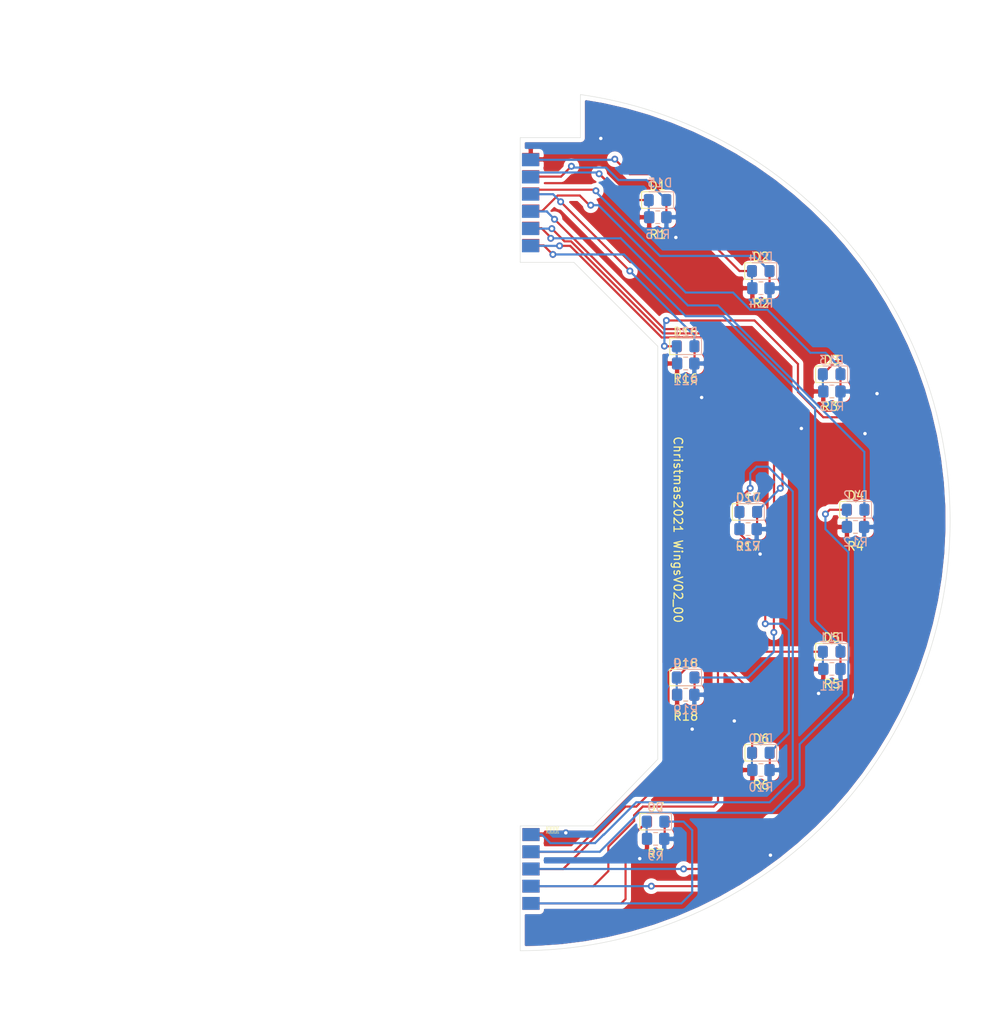
<source format=kicad_pcb>
(kicad_pcb (version 20171130) (host pcbnew 5.1.10-88a1d61d58~90~ubuntu20.04.1)
  (layers (0 F.Cu signal) (31 B.Cu signal) (34 B.Paste user hide) (35 F.Paste user hide) (36 B.SilkS user) (37 F.SilkS user) (38 B.Mask user hide) (39 F.Mask user hide) (44 Edge.Cuts user))
  (net 0 "")
  (net 1 "Net-(D1-Pad2)")
  (net 2 LED7)
  (net 3 "Net-(D2-Pad2)")
  (net 4 LED14)
  (net 5 "Net-(D3-Pad2)")
  (net 6 LED20)
  (net 7 "Net-(D4-Pad2)")
  (net 8 LED1)
  (net 9 "Net-(D5-Pad2)")
  (net 10 LED9)
  (net 11 "Net-(D6-Pad2)")
  (net 12 LED15)
  (net 13 "Net-(D7-Pad2)")
  (net 14 LED21)
  (net 15 LED2)
  (net 16 "Net-(D9-Pad2)")
  (net 17 LED10)
  (net 18 "Net-(D10-Pad2)")
  (net 19 LED16)
  (net 20 "Net-(D11-Pad2)")
  (net 21 LED3)
  (net 22 "Net-(D12-Pad2)")
  (net 23 LED11)
  (net 24 "Net-(D13-Pad2)")
  (net 25 LED17)
  (net 26 "Net-(D14-Pad2)")
  (net 27 LED4)
  (net 28 "Net-(D15-Pad2)")
  (net 29 LED12)
  (net 30 "Net-(D16-Pad2)")
  (net 31 LED18)
  (net 32 "Net-(D17-Pad2)")
  (net 33 LED5)
  (net 34 "Net-(D18-Pad2)")
  (net 35 LED13)
  (net 36 "Net-(D19-Pad2)")
  (net 37 LED19)
  (net 38 "Net-(D20-Pad2)")
  (net 39 LED6)
  (net 40 +5V)
  (net 41 "Net-(D21-Pad2)")
  (module Resistor_SMD:R_0805_2012Metric_Pad1.20x1.40mm_HandSolder (layer F.Cu) (at 176.5 121.5)
    (fp_text reference R6 (at 0 1.75) (layer F.SilkS))
    (fp_text value R)
    (pad 2 smd roundrect (at 1 0) (size 1.2 1.4) (layers F.Cu F.Paste F.Mask) (roundrect_rratio 0.2083325) (net 11 "Net-(D6-Pad2)"))
    (pad 1 smd roundrect (at -1 0) (size 1.2 1.4) (layers F.Cu F.Paste F.Mask) (roundrect_rratio 0.2083325) (net 40 +5V))
  )
  (module Resistor_SMD:R_0805_2012Metric_Pad1.20x1.40mm_HandSolder (layer B.Cu) (at 167.75 112.75 180)
    (fp_text reference R19 (at 0 -1.75) (layer B.SilkS) (effects (justify mirror)))
    (fp_text value R)
    (pad 2 smd roundrect (at 1 0 180) (size 1.2 1.4) (layers B.Cu B.Paste B.Mask) (roundrect_rratio 0.2083325) (net 36 "Net-(D19-Pad2)"))
    (pad 1 smd roundrect (at -1 0 180) (size 1.2 1.4) (layers B.Cu B.Paste B.Mask) (roundrect_rratio 0.2083325) (net 40 +5V))
  )
  (module Resistor_SMD:R_0805_2012Metric_Pad1.20x1.40mm_HandSolder (layer B.Cu) (at 184.75 77.5 180)
    (fp_text reference R13 (at 0 -1.75) (layer B.SilkS) (effects (justify mirror)))
    (fp_text value R)
    (pad 2 smd roundrect (at 1 0 180) (size 1.2 1.4) (layers B.Cu B.Paste B.Mask) (roundrect_rratio 0.2083325) (net 24 "Net-(D13-Pad2)"))
    (pad 1 smd roundrect (at -1 0 180) (size 1.2 1.4) (layers B.Cu B.Paste B.Mask) (roundrect_rratio 0.2083325) (net 40 +5V))
  )
  (module Resistor_SMD:R_0805_2012Metric_Pad1.20x1.40mm_HandSolder (layer F.Cu) (at 184.75 109.75)
    (fp_text reference R5 (at 0 1.75) (layer F.SilkS))
    (fp_text value R)
    (pad 2 smd roundrect (at 1 0) (size 1.2 1.4) (layers F.Cu F.Paste F.Mask) (roundrect_rratio 0.2083325) (net 9 "Net-(D5-Pad2)"))
    (pad 1 smd roundrect (at -1 0) (size 1.2 1.4) (layers F.Cu F.Paste F.Mask) (roundrect_rratio 0.2083325) (net 40 +5V))
  )
  (module Resistor_SMD:R_0805_2012Metric_Pad1.20x1.40mm_HandSolder (layer F.Cu) (at 167.75 112.75)
    (fp_text reference R18 (at 0 2.5) (layer F.SilkS))
    (fp_text value R)
    (pad 2 smd roundrect (at 1 0) (size 1.2 1.4) (layers F.Cu F.Paste F.Mask) (roundrect_rratio 0.2083325) (net 34 "Net-(D18-Pad2)"))
    (pad 1 smd roundrect (at -1 0) (size 1.2 1.4) (layers F.Cu F.Paste F.Mask) (roundrect_rratio 0.2083325) (net 40 +5V))
  )
  (module Resistor_SMD:R_0805_2012Metric_Pad1.20x1.40mm_HandSolder (layer B.Cu) (at 187.5 93.25 180)
    (fp_text reference R12 (at 0 -1.75) (layer B.SilkS) (effects (justify mirror)))
    (fp_text value R)
    (pad 2 smd roundrect (at 1 0 180) (size 1.2 1.4) (layers B.Cu B.Paste B.Mask) (roundrect_rratio 0.2083325) (net 22 "Net-(D12-Pad2)"))
    (pad 1 smd roundrect (at -1 0 180) (size 1.2 1.4) (layers B.Cu B.Paste B.Mask) (roundrect_rratio 0.2083325) (net 40 +5V))
  )
  (module Resistor_SMD:R_0805_2012Metric_Pad1.20x1.40mm_HandSolder (layer F.Cu) (at 187.5 93.25)
    (fp_text reference R4 (at 0 2.25) (layer F.SilkS))
    (fp_text value R)
    (pad 2 smd roundrect (at 1 0) (size 1.2 1.4) (layers F.Cu F.Paste F.Mask) (roundrect_rratio 0.2083325) (net 7 "Net-(D4-Pad2)"))
    (pad 1 smd roundrect (at -1 0) (size 1.2 1.4) (layers F.Cu F.Paste F.Mask) (roundrect_rratio 0.2083325) (net 40 +5V))
  )
  (module Resistor_SMD:R_0805_2012Metric_Pad1.20x1.40mm_HandSolder (layer F.Cu) (at 175 93.5)
    (fp_text reference R17 (at 0 2) (layer F.SilkS))
    (fp_text value R)
    (pad 2 smd roundrect (at 1 0) (size 1.2 1.4) (layers F.Cu F.Paste F.Mask) (roundrect_rratio 0.2083325) (net 32 "Net-(D17-Pad2)"))
    (pad 1 smd roundrect (at -1 0) (size 1.2 1.4) (layers F.Cu F.Paste F.Mask) (roundrect_rratio 0.2083325) (net 40 +5V))
  )
  (module Resistor_SMD:R_0805_2012Metric_Pad1.20x1.40mm_HandSolder (layer B.Cu) (at 184.75 109.75 180)
    (fp_text reference R11 (at 0 -2) (layer B.SilkS) (effects (justify mirror)))
    (fp_text value R)
    (pad 2 smd roundrect (at 1 0 180) (size 1.2 1.4) (layers B.Cu B.Paste B.Mask) (roundrect_rratio 0.2083325) (net 20 "Net-(D11-Pad2)"))
    (pad 1 smd roundrect (at -1 0 180) (size 1.2 1.4) (layers B.Cu B.Paste B.Mask) (roundrect_rratio 0.2083325) (net 40 +5V))
  )
  (module Resistor_SMD:R_0805_2012Metric_Pad1.20x1.40mm_HandSolder (layer F.Cu) (at 184.75 77.5)
    (fp_text reference R3 (at -0.25 1.75) (layer F.SilkS))
    (fp_text value R)
    (pad 2 smd roundrect (at 1 0) (size 1.2 1.4) (layers F.Cu F.Paste F.Mask) (roundrect_rratio 0.2083325) (net 5 "Net-(D3-Pad2)"))
    (pad 1 smd roundrect (at -1 0) (size 1.2 1.4) (layers F.Cu F.Paste F.Mask) (roundrect_rratio 0.2083325) (net 40 +5V))
  )
  (module Resistor_SMD:R_0805_2012Metric_Pad1.20x1.40mm_HandSolder (layer F.Cu) (at 167.75 74.25)
    (fp_text reference R16 (at 0 1.75) (layer F.SilkS))
    (fp_text value R)
    (pad 2 smd roundrect (at 1 0) (size 1.2 1.4) (layers F.Cu F.Paste F.Mask) (roundrect_rratio 0.2083325) (net 30 "Net-(D16-Pad2)"))
    (pad 1 smd roundrect (at -1 0) (size 1.2 1.4) (layers F.Cu F.Paste F.Mask) (roundrect_rratio 0.2083325) (net 40 +5V))
  )
  (module Resistor_SMD:R_0805_2012Metric_Pad1.20x1.40mm_HandSolder (layer B.Cu) (at 176.5 121.5 180)
    (fp_text reference R10 (at 0 -2) (layer B.SilkS) (effects (justify mirror)))
    (fp_text value R)
    (pad 2 smd roundrect (at 1 0 180) (size 1.2 1.4) (layers B.Cu B.Paste B.Mask) (roundrect_rratio 0.2083325) (net 18 "Net-(D10-Pad2)"))
    (pad 1 smd roundrect (at -1 0 180) (size 1.2 1.4) (layers B.Cu B.Paste B.Mask) (roundrect_rratio 0.2083325) (net 40 +5V))
  )
  (module Resistor_SMD:R_0805_2012Metric_Pad1.20x1.40mm_HandSolder (layer F.Cu) (at 176.5 65.5)
    (fp_text reference R2 (at 0 1.75) (layer F.SilkS))
    (fp_text value R)
    (pad 2 smd roundrect (at 1 0) (size 1.2 1.4) (layers F.Cu F.Paste F.Mask) (roundrect_rratio 0.2083325) (net 3 "Net-(D2-Pad2)"))
    (pad 1 smd roundrect (at -1 0) (size 1.2 1.4) (layers F.Cu F.Paste F.Mask) (roundrect_rratio 0.2083325) (net 40 +5V))
  )
  (module Resistor_SMD:R_0805_2012Metric_Pad1.20x1.40mm_HandSolder (layer B.Cu) (at 167.75 74.25 180)
    (fp_text reference R21 (at 0 -2) (layer B.SilkS) (effects (justify mirror)))
    (fp_text value R)
    (pad 2 smd roundrect (at 1 0 180) (size 1.2 1.4) (layers B.Cu B.Paste B.Mask) (roundrect_rratio 0.2083325) (net 41 "Net-(D21-Pad2)"))
    (pad 1 smd roundrect (at -1 0 180) (size 1.2 1.4) (layers B.Cu B.Paste B.Mask) (roundrect_rratio 0.2083325) (net 40 +5V))
  )
  (module Resistor_SMD:R_0805_2012Metric_Pad1.20x1.40mm_HandSolder (layer B.Cu) (at 164.5 57.25 180)
    (fp_text reference R15 (at 0 -2) (layer B.SilkS) (effects (justify mirror)))
    (fp_text value R)
    (pad 2 smd roundrect (at 1 0 180) (size 1.2 1.4) (layers B.Cu B.Paste B.Mask) (roundrect_rratio 0.2083325) (net 28 "Net-(D15-Pad2)"))
    (pad 1 smd roundrect (at -1 0 180) (size 1.2 1.4) (layers B.Cu B.Paste B.Mask) (roundrect_rratio 0.2083325) (net 40 +5V))
  )
  (module Resistor_SMD:R_0805_2012Metric_Pad1.20x1.40mm_HandSolder (layer B.Cu) (at 164.25 129.5 180)
    (fp_text reference R9 (at 0 -2) (layer B.SilkS) (effects (justify mirror)))
    (fp_text value R)
    (pad 2 smd roundrect (at 1 0 180) (size 1.2 1.4) (layers B.Cu B.Paste B.Mask) (roundrect_rratio 0.2083325) (net 16 "Net-(D9-Pad2)"))
    (pad 1 smd roundrect (at -1 0 180) (size 1.2 1.4) (layers B.Cu B.Paste B.Mask) (roundrect_rratio 0.2083325) (net 40 +5V))
  )
  (module Resistor_SMD:R_0805_2012Metric_Pad1.20x1.40mm_HandSolder (layer F.Cu) (at 164.5 57.25)
    (fp_text reference R1 (at 0 2) (layer F.SilkS))
    (fp_text value R)
    (pad 2 smd roundrect (at 1 0) (size 1.2 1.4) (layers F.Cu F.Paste F.Mask) (roundrect_rratio 0.2083325) (net 1 "Net-(D1-Pad2)"))
    (pad 1 smd roundrect (at -1 0) (size 1.2 1.4) (layers F.Cu F.Paste F.Mask) (roundrect_rratio 0.2083325) (net 40 +5V))
  )
  (module Resistor_SMD:R_0805_2012Metric_Pad1.20x1.40mm_HandSolder (layer B.Cu) (at 175 93.5 180)
    (fp_text reference R20 (at 0 -2) (layer B.SilkS) (effects (justify mirror)))
    (fp_text value R)
    (pad 2 smd roundrect (at 1 0 180) (size 1.2 1.4) (layers B.Cu B.Paste B.Mask) (roundrect_rratio 0.2083325) (net 38 "Net-(D20-Pad2)"))
    (pad 1 smd roundrect (at -1 0 180) (size 1.2 1.4) (layers B.Cu B.Paste B.Mask) (roundrect_rratio 0.2083325) (net 40 +5V))
  )
  (module Resistor_SMD:R_0805_2012Metric_Pad1.20x1.40mm_HandSolder (layer B.Cu) (at 176.5 65.5 180)
    (fp_text reference R14 (at 0 -1.75) (layer B.SilkS) (effects (justify mirror)))
    (fp_text value R)
    (pad 2 smd roundrect (at 1 0 180) (size 1.2 1.4) (layers B.Cu B.Paste B.Mask) (roundrect_rratio 0.2083325) (net 26 "Net-(D14-Pad2)"))
    (pad 1 smd roundrect (at -1 0 180) (size 1.2 1.4) (layers B.Cu B.Paste B.Mask) (roundrect_rratio 0.2083325) (net 40 +5V))
  )
  (module Resistor_SMD:R_0805_2012Metric_Pad1.20x1.40mm_HandSolder (layer F.Cu) (at 164.25 129.5)
    (fp_text reference R7 (at 0 1.75) (layer F.SilkS))
    (fp_text value R)
    (pad 2 smd roundrect (at 1 0) (size 1.2 1.4) (layers F.Cu F.Paste F.Mask) (roundrect_rratio 0.2083325) (net 13 "Net-(D7-Pad2)"))
    (pad 1 smd roundrect (at -1 0) (size 1.2 1.4) (layers F.Cu F.Paste F.Mask) (roundrect_rratio 0.2083325) (net 40 +5V))
  )
  (module Bauble:edge_connector-flat-5 (layer B.Cu) (at 148.75 126.5 180)
    (fp_text reference J4 hide)
    (fp_text value Conn_01x05_Female)
    (pad 5 smd rect (at -1 -10.5 180) (size 2 1.5) (layers B.Cu B.Paste B.Mask) (net 10 LED9))
    (pad 4 smd rect (at -1 -8.5 180) (size 2 1.5) (layers B.Cu B.Paste B.Mask) (net 21 LED3))
    (pad 3 smd rect (at -1 -6.5 180) (size 2 1.5) (layers B.Cu B.Paste B.Mask) (net 19 LED16))
    (pad 2 smd rect (at -1 -4.5 180) (size 2 1.5) (layers B.Cu B.Paste B.Mask) (net 27 LED4))
    (pad 1 smd rect (at -1 -2.5 180) (size 2 1.5) (layers B.Cu B.Paste B.Mask) (net 25 LED17))
  )
  (module Bauble:edge_connector-flat-5 (layer F.Cu) (at 150.75 126.5)
    (fp_text reference J3 hide)
    (fp_text value Conn_01x05_Female)
    (pad 5 smd rect (at -1 10.5) (size 2 1.5) (layers F.Cu F.Paste F.Mask) (net 2 LED7))
    (pad 4 smd rect (at -1 8.5) (size 2 1.5) (layers F.Cu F.Paste F.Mask) (net 31 LED18))
    (pad 3 smd rect (at -1 6.5) (size 2 1.5) (layers F.Cu F.Paste F.Mask) (net 39 LED6))
    (pad 2 smd rect (at -1 4.5) (size 2 1.5) (layers F.Cu F.Paste F.Mask) (net 33 LED5))
    (pad 1 smd rect (at -1 2.5) (size 2 1.5) (layers F.Cu F.Paste F.Mask) (net 40 +5V))
  )
  (module Bauble:edge_connector-flat-6 (layer B.Cu) (at 148.7 48.075 180)
    (fp_text reference J2 hide)
    (fp_text value Conn_01x06_Female)
    (pad 6 smd rect (at -1 -12.5 180) (size 2 1.5) (layers B.Cu B.Paste B.Mask) (net 17 LED10))
    (pad 5 smd rect (at -1 -10.5 180) (size 2 1.5) (layers B.Cu B.Paste B.Mask) (net 37 LED19))
    (pad 4 smd rect (at -1 -8.5 180) (size 2 1.5) (layers B.Cu B.Paste B.Mask) (net 6 LED20))
    (pad 3 smd rect (at -1 -6.5 180) (size 2 1.5) (layers B.Cu B.Paste B.Mask) (net 14 LED21))
    (pad 2 smd rect (at -1 -4.5 180) (size 2 1.5) (layers B.Cu B.Paste B.Mask) (net 8 LED1))
    (pad 1 smd rect (at -1 -2.5 180) (size 2 1.5) (layers B.Cu B.Paste B.Mask) (net 15 LED2))
  )
  (module Bauble:edge_connector-flat-6 (layer F.Cu) (at 150.725 48.025)
    (fp_text reference J1 hide)
    (fp_text value Conn_01x06_Female)
    (pad 6 smd rect (at -1 12.5) (size 2 1.5) (layers F.Cu F.Paste F.Mask) (net 23 LED11))
    (pad 5 smd rect (at -1 10.5) (size 2 1.5) (layers F.Cu F.Paste F.Mask) (net 29 LED12))
    (pad 4 smd rect (at -1 8.5) (size 2 1.5) (layers F.Cu F.Paste F.Mask) (net 35 LED13))
    (pad 3 smd rect (at -1 6.5) (size 2 1.5) (layers F.Cu F.Paste F.Mask) (net 4 LED14))
    (pad 2 smd rect (at -1 4.5) (size 2 1.5) (layers F.Cu F.Paste F.Mask) (net 12 LED15))
    (pad 1 smd rect (at -1 2.5) (size 2 1.5) (layers F.Cu F.Paste F.Mask) (net 40 +5V))
  )
  (module LED_SMD:LED_0805_2012Metric_Pad1.15x1.40mm_HandSolder (layer F.Cu) (at 176.5 119.5)
    (fp_text reference D6 (at 0 -1.65) (layer F.SilkS))
    (fp_text value LED)
    (pad 2 smd roundrect (at 1.025 0) (size 1.15 1.4) (layers F.Cu F.Paste F.Mask) (roundrect_rratio 0.2173904347826087) (net 11 "Net-(D6-Pad2)"))
    (pad 1 smd roundrect (at -1.025 0) (size 1.15 1.4) (layers F.Cu F.Paste F.Mask) (roundrect_rratio 0.2173904347826087) (net 39 LED6))
  )
  (module LED_SMD:LED_0805_2012Metric_Pad1.15x1.40mm_HandSolder (layer B.Cu) (at 167.725 110.75 180)
    (fp_text reference D19 (at 0 1.65) (layer B.SilkS) (effects (justify mirror)))
    (fp_text value LED)
    (pad 2 smd roundrect (at 1.025 0 180) (size 1.15 1.4) (layers B.Cu B.Paste B.Mask) (roundrect_rratio 0.2173904347826087) (net 36 "Net-(D19-Pad2)"))
    (pad 1 smd roundrect (at -1.025 0 180) (size 1.15 1.4) (layers B.Cu B.Paste B.Mask) (roundrect_rratio 0.2173904347826087) (net 37 LED19))
  )
  (module LED_SMD:LED_0805_2012Metric_Pad1.15x1.40mm_HandSolder (layer B.Cu) (at 184.725 75.5 180)
    (fp_text reference D13 (at 0 1.65) (layer B.SilkS) (effects (justify mirror)))
    (fp_text value LED)
    (pad 2 smd roundrect (at 1.025 0 180) (size 1.15 1.4) (layers B.Cu B.Paste B.Mask) (roundrect_rratio 0.2173904347826087) (net 24 "Net-(D13-Pad2)"))
    (pad 1 smd roundrect (at -1.025 0 180) (size 1.15 1.4) (layers B.Cu B.Paste B.Mask) (roundrect_rratio 0.2173904347826087) (net 35 LED13))
  )
  (module LED_SMD:LED_0805_2012Metric_Pad1.15x1.40mm_HandSolder (layer F.Cu) (at 184.725 107.75)
    (fp_text reference D5 (at 0 -1.65) (layer F.SilkS))
    (fp_text value LED)
    (pad 2 smd roundrect (at 1.025 0) (size 1.15 1.4) (layers F.Cu F.Paste F.Mask) (roundrect_rratio 0.2173904347826087) (net 9 "Net-(D5-Pad2)"))
    (pad 1 smd roundrect (at -1.025 0) (size 1.15 1.4) (layers F.Cu F.Paste F.Mask) (roundrect_rratio 0.2173904347826087) (net 33 LED5))
  )
  (module LED_SMD:LED_0805_2012Metric_Pad1.15x1.40mm_HandSolder (layer F.Cu) (at 167.75 110.75)
    (fp_text reference D18 (at 0 -1.65) (layer F.SilkS))
    (fp_text value LED)
    (pad 2 smd roundrect (at 1.025 0) (size 1.15 1.4) (layers F.Cu F.Paste F.Mask) (roundrect_rratio 0.2173904347826087) (net 34 "Net-(D18-Pad2)"))
    (pad 1 smd roundrect (at -1.025 0) (size 1.15 1.4) (layers F.Cu F.Paste F.Mask) (roundrect_rratio 0.2173904347826087) (net 31 LED18))
  )
  (module LED_SMD:LED_0805_2012Metric_Pad1.15x1.40mm_HandSolder (layer B.Cu) (at 187.5 91.25 180)
    (fp_text reference D12 (at 0 1.65) (layer B.SilkS) (effects (justify mirror)))
    (fp_text value LED)
    (pad 2 smd roundrect (at 1.025 0 180) (size 1.15 1.4) (layers B.Cu B.Paste B.Mask) (roundrect_rratio 0.2173904347826087) (net 22 "Net-(D12-Pad2)"))
    (pad 1 smd roundrect (at -1.025 0 180) (size 1.15 1.4) (layers B.Cu B.Paste B.Mask) (roundrect_rratio 0.2173904347826087) (net 29 LED12))
  )
  (module LED_SMD:LED_0805_2012Metric_Pad1.15x1.40mm_HandSolder (layer F.Cu) (at 187.525 91.25)
    (fp_text reference D4 (at 0 -1.65) (layer F.SilkS))
    (fp_text value LED)
    (pad 2 smd roundrect (at 1.025 0) (size 1.15 1.4) (layers F.Cu F.Paste F.Mask) (roundrect_rratio 0.2173904347826087) (net 7 "Net-(D4-Pad2)"))
    (pad 1 smd roundrect (at -1.025 0) (size 1.15 1.4) (layers F.Cu F.Paste F.Mask) (roundrect_rratio 0.2173904347826087) (net 27 LED4))
  )
  (module LED_SMD:LED_0805_2012Metric_Pad1.15x1.40mm_HandSolder (layer F.Cu) (at 175.025 91.5)
    (fp_text reference D17 (at 0 -1.65) (layer F.SilkS))
    (fp_text value LED)
    (pad 2 smd roundrect (at 1.025 0) (size 1.15 1.4) (layers F.Cu F.Paste F.Mask) (roundrect_rratio 0.2173904347826087) (net 32 "Net-(D17-Pad2)"))
    (pad 1 smd roundrect (at -1.025 0) (size 1.15 1.4) (layers F.Cu F.Paste F.Mask) (roundrect_rratio 0.2173904347826087) (net 25 LED17))
  )
  (module LED_SMD:LED_0805_2012Metric_Pad1.15x1.40mm_HandSolder (layer B.Cu) (at 184.725 107.75 180)
    (fp_text reference D11 (at 0 1.65) (layer B.SilkS) (effects (justify mirror)))
    (fp_text value LED)
    (pad 2 smd roundrect (at 1.025 0 180) (size 1.15 1.4) (layers B.Cu B.Paste B.Mask) (roundrect_rratio 0.2173904347826087) (net 20 "Net-(D11-Pad2)"))
    (pad 1 smd roundrect (at -1.025 0 180) (size 1.15 1.4) (layers B.Cu B.Paste B.Mask) (roundrect_rratio 0.2173904347826087) (net 23 LED11))
  )
  (module LED_SMD:LED_0805_2012Metric_Pad1.15x1.40mm_HandSolder (layer F.Cu) (at 184.725 75.5)
    (fp_text reference D3 (at 0 -1.65) (layer F.SilkS))
    (fp_text value LED)
    (pad 2 smd roundrect (at 1.025 0) (size 1.15 1.4) (layers F.Cu F.Paste F.Mask) (roundrect_rratio 0.2173904347826087) (net 5 "Net-(D3-Pad2)"))
    (pad 1 smd roundrect (at -1.025 0) (size 1.15 1.4) (layers F.Cu F.Paste F.Mask) (roundrect_rratio 0.2173904347826087) (net 21 LED3))
  )
  (module LED_SMD:LED_0805_2012Metric_Pad1.15x1.40mm_HandSolder (layer F.Cu) (at 167.75 72.25)
    (fp_text reference D16 (at 0 -1.65) (layer F.SilkS))
    (fp_text value LED)
    (pad 2 smd roundrect (at 1.025 0) (size 1.15 1.4) (layers F.Cu F.Paste F.Mask) (roundrect_rratio 0.2173904347826087) (net 30 "Net-(D16-Pad2)"))
    (pad 1 smd roundrect (at -1.025 0) (size 1.15 1.4) (layers F.Cu F.Paste F.Mask) (roundrect_rratio 0.2173904347826087) (net 19 LED16))
  )
  (module LED_SMD:LED_0805_2012Metric_Pad1.15x1.40mm_HandSolder (layer B.Cu) (at 176.475 119.5 180)
    (fp_text reference D10 (at 0 1.65) (layer B.SilkS) (effects (justify mirror)))
    (fp_text value LED)
    (pad 2 smd roundrect (at 1.025 0 180) (size 1.15 1.4) (layers B.Cu B.Paste B.Mask) (roundrect_rratio 0.2173904347826087) (net 18 "Net-(D10-Pad2)"))
    (pad 1 smd roundrect (at -1.025 0 180) (size 1.15 1.4) (layers B.Cu B.Paste B.Mask) (roundrect_rratio 0.2173904347826087) (net 17 LED10))
  )
  (module LED_SMD:LED_0805_2012Metric_Pad1.15x1.40mm_HandSolder (layer F.Cu) (at 176.475 63.5)
    (fp_text reference D2 (at 0 -1.65) (layer F.SilkS))
    (fp_text value LED)
    (pad 2 smd roundrect (at 1.025 0) (size 1.15 1.4) (layers F.Cu F.Paste F.Mask) (roundrect_rratio 0.2173904347826087) (net 3 "Net-(D2-Pad2)"))
    (pad 1 smd roundrect (at -1.025 0) (size 1.15 1.4) (layers F.Cu F.Paste F.Mask) (roundrect_rratio 0.2173904347826087) (net 15 LED2))
  )
  (module LED_SMD:LED_0805_2012Metric_Pad1.15x1.40mm_HandSolder (layer B.Cu) (at 167.725 72.25 180)
    (fp_text reference D21 (at 0 1.65) (layer B.SilkS) (effects (justify mirror)))
    (fp_text value LED)
    (pad 2 smd roundrect (at 1.025 0 180) (size 1.15 1.4) (layers B.Cu B.Paste B.Mask) (roundrect_rratio 0.2173904347826087) (net 41 "Net-(D21-Pad2)"))
    (pad 1 smd roundrect (at -1.025 0 180) (size 1.15 1.4) (layers B.Cu B.Paste B.Mask) (roundrect_rratio 0.2173904347826087) (net 14 LED21))
  )
  (module LED_SMD:LED_0805_2012Metric_Pad1.15x1.40mm_HandSolder (layer B.Cu) (at 164.475 55.25 180)
    (fp_text reference D15 (at -0.275 2) (layer B.SilkS) (effects (justify mirror)))
    (fp_text value LED)
    (pad 2 smd roundrect (at 1.025 0 180) (size 1.15 1.4) (layers B.Cu B.Paste B.Mask) (roundrect_rratio 0.2173904347826087) (net 28 "Net-(D15-Pad2)"))
    (pad 1 smd roundrect (at -1.025 0 180) (size 1.15 1.4) (layers B.Cu B.Paste B.Mask) (roundrect_rratio 0.2173904347826087) (net 12 LED15))
  )
  (module LED_SMD:LED_0805_2012Metric_Pad1.15x1.40mm_HandSolder (layer B.Cu) (at 164.225 127.5 180)
    (fp_text reference D9 (at 0 1.65) (layer B.SilkS) (effects (justify mirror)))
    (fp_text value LED)
    (pad 2 smd roundrect (at 1.025 0 180) (size 1.15 1.4) (layers B.Cu B.Paste B.Mask) (roundrect_rratio 0.2173904347826087) (net 16 "Net-(D9-Pad2)"))
    (pad 1 smd roundrect (at -1.025 0 180) (size 1.15 1.4) (layers B.Cu B.Paste B.Mask) (roundrect_rratio 0.2173904347826087) (net 10 LED9))
  )
  (module LED_SMD:LED_0805_2012Metric_Pad1.15x1.40mm_HandSolder (layer F.Cu) (at 164.475 55.25)
    (fp_text reference D1 (at 0 -1.65) (layer F.SilkS))
    (fp_text value LED)
    (pad 2 smd roundrect (at 1.025 0) (size 1.15 1.4) (layers F.Cu F.Paste F.Mask) (roundrect_rratio 0.2173904347826087) (net 1 "Net-(D1-Pad2)"))
    (pad 1 smd roundrect (at -1.025 0) (size 1.15 1.4) (layers F.Cu F.Paste F.Mask) (roundrect_rratio 0.2173904347826087) (net 8 LED1))
  )
  (module LED_SMD:LED_0805_2012Metric_Pad1.15x1.40mm_HandSolder (layer B.Cu) (at 175.025 91.5 180)
    (fp_text reference D20 (at 0 1.65) (layer B.SilkS) (effects (justify mirror)))
    (fp_text value LED)
    (pad 2 smd roundrect (at 1.025 0 180) (size 1.15 1.4) (layers B.Cu B.Paste B.Mask) (roundrect_rratio 0.2173904347826087) (net 38 "Net-(D20-Pad2)"))
    (pad 1 smd roundrect (at -1.025 0 180) (size 1.15 1.4) (layers B.Cu B.Paste B.Mask) (roundrect_rratio 0.2173904347826087) (net 6 LED20))
  )
  (module LED_SMD:LED_0805_2012Metric_Pad1.15x1.40mm_HandSolder (layer B.Cu) (at 176.475 63.5 180)
    (fp_text reference D14 (at 0 1.65) (layer B.SilkS) (effects (justify mirror)))
    (fp_text value LED)
    (pad 2 smd roundrect (at 1.025 0 180) (size 1.15 1.4) (layers B.Cu B.Paste B.Mask) (roundrect_rratio 0.2173904347826087) (net 26 "Net-(D14-Pad2)"))
    (pad 1 smd roundrect (at -1.025 0 180) (size 1.15 1.4) (layers B.Cu B.Paste B.Mask) (roundrect_rratio 0.2173904347826087) (net 4 LED14))
  )
  (module LED_SMD:LED_0805_2012Metric_Pad1.15x1.40mm_HandSolder (layer F.Cu) (at 164.275 127.5)
    (fp_text reference D7 (at 0 -1.65) (layer F.SilkS))
    (fp_text value LED)
    (pad 2 smd roundrect (at 1.025 0) (size 1.15 1.4) (layers F.Cu F.Paste F.Mask) (roundrect_rratio 0.2173904347826087) (net 13 "Net-(D7-Pad2)"))
    (pad 1 smd roundrect (at -1.025 0) (size 1.15 1.4) (layers F.Cu F.Paste F.Mask) (roundrect_rratio 0.2173904347826087) (net 2 LED7))
  )
  (gr_text "Christmas2021 WingsV02_00" (at 166.85 93.56 270) (layer F.SilkS) (effects (font (size 1 1))))
  (gr_text JLCJLCJLCJLC (at 152.25 128.5) (layer F.SilkS) (effects (font (size 0.8 0.15) (thickness 0.0375))))
  (gr_line (start 155.5 48) (end 155.50105 42.992573) (layer Edge.Cuts) (width 0.05))
  (gr_line (start 148.5 48) (end 155.5 48) (layer Edge.Cuts) (width 0.05))
  (gr_line (start 148.5 48.25) (end 148.5 48) (layer Edge.Cuts) (width 0.05))
  (gr_line (start 148.5 62.5) (end 148.5 48.25) (layer Edge.Cuts) (width 0.05))
  (gr_line (start 154.75 62.5) (end 148.5 62.5) (layer Edge.Cuts) (width 0.05))
  (gr_line (start 164.5 72.25) (end 154.75 62.5) (layer Edge.Cuts) (width 0.05))
  (gr_line (start 164.5 120.25) (end 164.5 72.24) (layer Edge.Cuts) (width 0.05))
  (gr_line (start 157 128) (end 164.5 120.25) (layer Edge.Cuts) (width 0.05))
  (gr_line (start 148.5 128) (end 157 128) (layer Edge.Cuts) (width 0.05))
  (gr_line (start 148.5 142.5) (end 148.5 128) (layer Edge.Cuts) (width 0.05))
  (gr_arc (start 148.5 92.5) (end 148.5 142.5) (angle -171.9509383) (layer Edge.Cuts) (width 0.05))
  (segment (start 165.5 55.25) (end 165.5 57.25) (width 0.25) (layer F.Cu) (net 1))
  (segment (start 150.25 137) (end 160.25 137) (width 0.25) (layer F.Cu) (net 2))
  (segment (start 160.25 137) (end 160.75 136.5) (width 0.25) (layer F.Cu) (net 2))
  (segment (start 160.75 130) (end 163.25 127.5) (width 0.25) (layer F.Cu) (net 2))
  (segment (start 160.75 136.5) (end 160.75 130) (width 0.25) (layer F.Cu) (net 2))
  (segment (start 177.5 63.5) (end 177.5 65.5) (width 0.25) (layer F.Cu) (net 3))
  (segment (start 175.75 61.75) (end 177.5 63.5) (width 0.25) (layer B.Cu) (net 4))
  (segment (start 164.75 61.75) (end 175.75 61.75) (width 0.25) (layer B.Cu) (net 4))
  (via (at 157.3 54.175) (size 0.8) (drill 0.4) (layers F.Cu B.Cu) (net 4))
  (segment (start 157.174991 54.049991) (end 157.3 54.175) (width 0.25) (layer F.Cu) (net 4))
  (segment (start 150.200009 54.049991) (end 157.174991 54.049991) (width 0.25) (layer F.Cu) (net 4))
  (segment (start 149.725 54.525) (end 150.200009 54.049991) (width 0.25) (layer F.Cu) (net 4))
  (segment (start 157.3 54.3) (end 157.3 54.175) (width 0.25) (layer B.Cu) (net 4))
  (segment (start 164.75 61.75) (end 157.3 54.3) (width 0.25) (layer B.Cu) (net 4))
  (segment (start 185.75 75.5) (end 185.75 77.5) (width 0.25) (layer F.Cu) (net 5))
  (segment (start 165.25 70.25) (end 171.5 70.25) (width 0.25) (layer F.Cu) (net 6))
  (segment (start 171.5 70.25) (end 179 77.75) (width 0.25) (layer F.Cu) (net 6))
  (via (at 178.75 88.75) (size 0.8) (drill 0.4) (layers F.Cu B.Cu) (net 6))
  (segment (start 179 88.5) (end 178.75 88.75) (width 0.25) (layer F.Cu) (net 6))
  (segment (start 179 77.75) (end 179 88.5) (width 0.25) (layer F.Cu) (net 6))
  (segment (start 176.05 91.45) (end 176.05 91.5) (width 0.25) (layer B.Cu) (net 6))
  (segment (start 178.75 88.75) (end 176.05 91.45) (width 0.25) (layer B.Cu) (net 6))
  (segment (start 149.7 56.575) (end 151.625 56.575) (width 0.25) (layer B.Cu) (net 6))
  (segment (start 151.625 56.625) (end 152.4875 57.4875) (width 0.25) (layer B.Cu) (net 6))
  (via (at 152.4875 57.4875) (size 0.8) (drill 0.4) (layers F.Cu B.Cu) (net 6))
  (segment (start 152.4875 57.4875) (end 165.25 70.25) (width 0.25) (layer F.Cu) (net 6))
  (segment (start 151.625 56.575) (end 151.625 56.625) (width 0.25) (layer B.Cu) (net 6))
  (segment (start 188.55 93.2) (end 188.5 93.25) (width 0.25) (layer F.Cu) (net 7))
  (segment (start 188.55 91.25) (end 188.55 93.2) (width 0.25) (layer F.Cu) (net 7))
  (segment (start 160.75 55.25) (end 163.45 55.25) (width 0.25) (layer F.Cu) (net 8))
  (via (at 157.675 52.2) (size 0.8) (drill 0.4) (layers F.Cu B.Cu) (net 8))
  (segment (start 157.524991 52.049991) (end 157.675 52.2) (width 0.25) (layer B.Cu) (net 8))
  (segment (start 150.225009 52.049991) (end 157.524991 52.049991) (width 0.25) (layer B.Cu) (net 8))
  (segment (start 149.7 52.575) (end 150.225009 52.049991) (width 0.25) (layer B.Cu) (net 8))
  (segment (start 158.3375 52.8625) (end 158.3625 52.8625) (width 0.25) (layer F.Cu) (net 8))
  (segment (start 157.675 52.2) (end 158.3375 52.8625) (width 0.25) (layer F.Cu) (net 8))
  (segment (start 158.3625 52.8625) (end 160.75 55.25) (width 0.25) (layer F.Cu) (net 8))
  (segment (start 158 52.5) (end 158.3625 52.8625) (width 0.25) (layer F.Cu) (net 8))
  (segment (start 185.75 107.75) (end 185.75 109.75) (width 0.25) (layer F.Cu) (net 9))
  (segment (start 167.5 127.5) (end 165.25 127.5) (width 0.25) (layer B.Cu) (net 10))
  (segment (start 168.5 128.5) (end 167.5 127.5) (width 0.25) (layer B.Cu) (net 10))
  (segment (start 168.5 135.75) (end 168.5 128.5) (width 0.25) (layer B.Cu) (net 10))
  (segment (start 167.25 137) (end 168.5 135.75) (width 0.25) (layer B.Cu) (net 10))
  (segment (start 150.25 137) (end 167.25 137) (width 0.25) (layer B.Cu) (net 10))
  (segment (start 177.525 121.475) (end 177.5 121.5) (width 0.25) (layer F.Cu) (net 11))
  (segment (start 177.525 119.5) (end 177.525 121.475) (width 0.25) (layer F.Cu) (net 11))
  (segment (start 163.175 52.925) (end 159.925 52.925) (width 0.25) (layer B.Cu) (net 12))
  (segment (start 163.175 52.925) (end 165.5 55.25) (width 0.25) (layer B.Cu) (net 12))
  (segment (start 158.474999 51.474999) (end 154.450001 51.474999) (width 0.25) (layer B.Cu) (net 12))
  (segment (start 159.925 52.925) (end 158.474999 51.474999) (width 0.25) (layer B.Cu) (net 12))
  (via (at 154.450001 51.324991) (size 0.8) (drill 0.4) (layers F.Cu B.Cu) (net 12))
  (segment (start 154.450001 51.474999) (end 154.450001 51.324991) (width 0.25) (layer B.Cu) (net 12))
  (segment (start 153.249992 52.525) (end 149.725 52.525) (width 0.25) (layer F.Cu) (net 12))
  (segment (start 154.450001 51.324991) (end 153.249992 52.525) (width 0.25) (layer F.Cu) (net 12))
  (segment (start 165.3 129.45) (end 165.25 129.5) (width 0.25) (layer F.Cu) (net 13))
  (segment (start 165.3 127.5) (end 165.3 129.45) (width 0.25) (layer F.Cu) (net 13))
  (via (at 161.25 63.5) (size 0.8) (drill 0.4) (layers F.Cu B.Cu) (net 14))
  (segment (start 168.75 71) (end 168.75 72.25) (width 0.25) (layer B.Cu) (net 14))
  (segment (start 161.25 63.5) (end 168.75 71) (width 0.25) (layer B.Cu) (net 14))
  (segment (start 149.7 54.575) (end 152.325 54.575) (width 0.25) (layer B.Cu) (net 14))
  (via (at 153.2 55.45) (size 0.8) (drill 0.4) (layers F.Cu B.Cu) (net 14))
  (segment (start 152.325 54.575) (end 153.2 55.45) (width 0.25) (layer B.Cu) (net 14))
  (segment (start 153.2 55.45) (end 161.25 63.5) (width 0.25) (layer F.Cu) (net 14))
  (segment (start 159.5 50.5) (end 161.25 52.25) (width 0.25) (layer F.Cu) (net 15))
  (segment (start 161.25 52.25) (end 167.25 52.25) (width 0.25) (layer F.Cu) (net 15))
  (segment (start 167.25 52.25) (end 171.25 56.25) (width 0.25) (layer F.Cu) (net 15))
  (segment (start 171.25 56.25) (end 171.25 60.75) (width 0.25) (layer F.Cu) (net 15))
  (segment (start 174 63.5) (end 175.45 63.5) (width 0.25) (layer F.Cu) (net 15))
  (segment (start 171.25 60.75) (end 174 63.5) (width 0.25) (layer F.Cu) (net 15))
  (via (at 159.5 50.5) (size 0.8) (drill 0.4) (layers F.Cu B.Cu) (net 15))
  (segment (start 159.425 50.575) (end 159.5 50.5) (width 0.25) (layer B.Cu) (net 15))
  (segment (start 149.7 50.575) (end 159.425 50.575) (width 0.25) (layer B.Cu) (net 15))
  (segment (start 163.2 129.45) (end 163.25 129.5) (width 0.25) (layer B.Cu) (net 16))
  (segment (start 163.2 127.5) (end 163.2 129.45) (width 0.25) (layer B.Cu) (net 16))
  (segment (start 164.95217 71.22499) (end 171.08858 71.22499) (width 0.25) (layer F.Cu) (net 17))
  (via (at 177 104.5) (size 0.8) (drill 0.4) (layers F.Cu B.Cu) (net 17))
  (segment (start 177 104.5) (end 179 104.5) (width 0.25) (layer B.Cu) (net 17))
  (segment (start 179 104.5) (end 179.75 105.25) (width 0.25) (layer B.Cu) (net 17))
  (segment (start 179.75 117.25) (end 177.5 119.5) (width 0.25) (layer B.Cu) (net 17))
  (segment (start 179.75 105.25) (end 179.75 117.25) (width 0.25) (layer B.Cu) (net 17))
  (segment (start 171.08858 71.22499) (end 172.29999 72.4364) (width 0.25) (layer F.Cu) (net 17))
  (segment (start 172.29999 72.4364) (end 172.29999 94.04999) (width 0.25) (layer F.Cu) (net 17))
  (segment (start 177 98.75) (end 177 104.5) (width 0.25) (layer F.Cu) (net 17))
  (segment (start 172.29999 94.04999) (end 177 98.75) (width 0.25) (layer F.Cu) (net 17))
  (segment (start 149.7 60.575) (end 153.075 60.575) (width 0.25) (layer B.Cu) (net 17))
  (via (at 153.075 60.575) (size 0.8) (drill 0.4) (layers F.Cu B.Cu) (net 17))
  (segment (start 154.30218 60.575) (end 154.31359 60.58641) (width 0.25) (layer F.Cu) (net 17))
  (segment (start 153.075 60.575) (end 154.30218 60.575) (width 0.25) (layer F.Cu) (net 17))
  (segment (start 154.31359 60.58641) (end 164.95217 71.22499) (width 0.25) (layer F.Cu) (net 17))
  (segment (start 175.45 121.45) (end 175.5 121.5) (width 0.25) (layer B.Cu) (net 18))
  (segment (start 175.45 119.5) (end 175.45 121.45) (width 0.25) (layer B.Cu) (net 18))
  (via (at 167.5 133) (size 0.8) (drill 0.4) (layers F.Cu B.Cu) (net 19))
  (segment (start 149.75 133) (end 167.5 133) (width 0.25) (layer B.Cu) (net 19))
  (via (at 165.5 69.25) (size 0.8) (drill 0.4) (layers F.Cu B.Cu) (net 19))
  (via (at 165.27 72.23) (size 0.8) (drill 0.4) (layers F.Cu B.Cu) (net 19))
  (segment (start 180.8 74.3) (end 175.75 69.25) (width 0.25) (layer F.Cu) (net 19))
  (segment (start 180.8 77.55) (end 180.8 74.3) (width 0.25) (layer F.Cu) (net 19))
  (segment (start 187.75 113) (end 192.75 108) (width 0.25) (layer F.Cu) (net 19))
  (segment (start 183.75 80.5) (end 180.8 77.55) (width 0.25) (layer F.Cu) (net 19))
  (segment (start 191.5 80.5) (end 183.75 80.5) (width 0.25) (layer F.Cu) (net 19))
  (segment (start 192.75 81.75) (end 191.5 80.5) (width 0.25) (layer F.Cu) (net 19))
  (segment (start 187.75 119.86359) (end 187.75 113) (width 0.25) (layer F.Cu) (net 19))
  (segment (start 180.36359 127.25) (end 187.75 119.86359) (width 0.25) (layer F.Cu) (net 19))
  (segment (start 192.75 108) (end 192.75 81.75) (width 0.25) (layer F.Cu) (net 19))
  (segment (start 177.5 127.25) (end 180.36359 127.25) (width 0.25) (layer F.Cu) (net 19))
  (segment (start 175.75 69.25) (end 165.5 69.25) (width 0.25) (layer F.Cu) (net 19))
  (segment (start 171.75 133) (end 177.5 127.25) (width 0.25) (layer F.Cu) (net 19))
  (segment (start 167.5 133) (end 171.75 133) (width 0.25) (layer F.Cu) (net 19))
  (segment (start 165.29 72.25) (end 165.27 72.23) (width 0.25) (layer F.Cu) (net 19))
  (segment (start 166.725 72.25) (end 165.29 72.25) (width 0.25) (layer F.Cu) (net 19))
  (segment (start 165.27 69.48) (end 165.5 69.25) (width 0.25) (layer B.Cu) (net 19))
  (segment (start 165.27 72.23) (end 165.27 69.48) (width 0.25) (layer B.Cu) (net 19))
  (segment (start 183.7 109.7) (end 183.75 109.75) (width 0.25) (layer B.Cu) (net 20))
  (segment (start 183.7 107.75) (end 183.7 109.7) (width 0.25) (layer B.Cu) (net 20))
  (segment (start 150.25 135) (end 151.5 135) (width 0.25) (layer B.Cu) (net 21))
  (via (at 163.75 135) (size 0.8) (drill 0.4) (layers F.Cu B.Cu) (net 21))
  (segment (start 151.5 135) (end 163.75 135) (width 0.25) (layer B.Cu) (net 21))
  (segment (start 170.75 135) (end 163.75 135) (width 0.25) (layer F.Cu) (net 21))
  (segment (start 180.5 127.75) (end 178 127.75) (width 0.25) (layer F.Cu) (net 21))
  (segment (start 188.25 120) (end 180.5 127.75) (width 0.25) (layer F.Cu) (net 21))
  (segment (start 193.25 108.25) (end 188.25 113.25) (width 0.25) (layer F.Cu) (net 21))
  (segment (start 178 127.75) (end 170.75 135) (width 0.25) (layer F.Cu) (net 21))
  (segment (start 193.25 77.5) (end 193.25 108.25) (width 0.25) (layer F.Cu) (net 21))
  (segment (start 189.725 73.975) (end 193.25 77.5) (width 0.25) (layer F.Cu) (net 21))
  (segment (start 188.25 113.25) (end 188.25 120) (width 0.25) (layer F.Cu) (net 21))
  (segment (start 185.225 73.975) (end 189.725 73.975) (width 0.25) (layer F.Cu) (net 21))
  (segment (start 183.7 75.5) (end 185.225 73.975) (width 0.25) (layer F.Cu) (net 21))
  (segment (start 186.475 93.225) (end 186.5 93.25) (width 0.25) (layer B.Cu) (net 22))
  (segment (start 186.475 91.25) (end 186.475 93.225) (width 0.25) (layer B.Cu) (net 22))
  (segment (start 167.75 68.75) (end 172.11359 68.75) (width 0.25) (layer B.Cu) (net 23))
  (segment (start 182.8 104.1) (end 185.75 107.05) (width 0.25) (layer B.Cu) (net 23))
  (segment (start 185.75 107.05) (end 185.75 107.75) (width 0.25) (layer B.Cu) (net 23))
  (segment (start 172.11359 68.75) (end 182.8 79.43641) (width 0.25) (layer B.Cu) (net 23))
  (segment (start 182.8 79.43641) (end 182.8 104.1) (width 0.25) (layer B.Cu) (net 23))
  (segment (start 149.725 60.525) (end 151.225 60.525) (width 0.25) (layer F.Cu) (net 23))
  (via (at 152.3 61.575) (size 0.8) (drill 0.4) (layers F.Cu B.Cu) (net 23))
  (segment (start 152.275 61.575) (end 152.3 61.575) (width 0.25) (layer F.Cu) (net 23))
  (segment (start 151.225 60.525) (end 152.275 61.575) (width 0.25) (layer F.Cu) (net 23))
  (segment (start 160.575 61.575) (end 160.6375 61.6375) (width 0.25) (layer B.Cu) (net 23))
  (segment (start 152.3 61.575) (end 160.575 61.575) (width 0.25) (layer B.Cu) (net 23))
  (segment (start 160.6375 61.6375) (end 167.75 68.75) (width 0.25) (layer B.Cu) (net 23))
  (segment (start 183.7 77.45) (end 183.75 77.5) (width 0.25) (layer B.Cu) (net 24))
  (segment (start 183.7 75.5) (end 183.7 77.45) (width 0.25) (layer B.Cu) (net 24))
  (segment (start 158.25 129) (end 162 125.25) (width 0.25) (layer B.Cu) (net 25))
  (segment (start 162 125.25) (end 177.5 125.25) (width 0.25) (layer B.Cu) (net 25))
  (segment (start 180.200009 89.127007) (end 177.323002 86.25) (width 0.25) (layer B.Cu) (net 25))
  (segment (start 180.200009 122.549991) (end 180.200009 89.127007) (width 0.25) (layer B.Cu) (net 25))
  (segment (start 177.5 125.25) (end 180.200009 122.549991) (width 0.25) (layer B.Cu) (net 25))
  (segment (start 177.323002 86.25) (end 176 86.25) (width 0.25) (layer B.Cu) (net 25))
  (via (at 175.25 88.75) (size 0.8) (drill 0.4) (layers F.Cu B.Cu) (net 25))
  (segment (start 175.25 87) (end 175.25 88.75) (width 0.25) (layer B.Cu) (net 25))
  (segment (start 176 86.25) (end 175.25 87) (width 0.25) (layer B.Cu) (net 25))
  (segment (start 175.25 88.75) (end 173.75 90.25) (width 0.25) (layer F.Cu) (net 25))
  (segment (start 173.75 91.25) (end 174 91.5) (width 0.25) (layer F.Cu) (net 25))
  (segment (start 173.75 90.25) (end 173.75 91.25) (width 0.25) (layer F.Cu) (net 25))
  (segment (start 158.25 129) (end 158.2 129) (width 0.25) (layer B.Cu) (net 25))
  (segment (start 158.2 129) (end 157.2 130) (width 0.25) (layer B.Cu) (net 25))
  (segment (start 152 130) (end 151 129) (width 0.25) (layer B.Cu) (net 25))
  (segment (start 151 129) (end 149.75 129) (width 0.25) (layer B.Cu) (net 25))
  (segment (start 157.2 130) (end 152 130) (width 0.25) (layer B.Cu) (net 25))
  (segment (start 175.45 65.45) (end 175.5 65.5) (width 0.25) (layer B.Cu) (net 26))
  (segment (start 175.45 63.5) (end 175.45 65.45) (width 0.25) (layer B.Cu) (net 26))
  (segment (start 149.75 131) (end 157.75 131) (width 0.25) (layer B.Cu) (net 27))
  (segment (start 162.27501 126.47499) (end 177.77501 126.47499) (width 0.25) (layer B.Cu) (net 27))
  (segment (start 157.75 131) (end 162.27501 126.47499) (width 0.25) (layer B.Cu) (net 27))
  (segment (start 177.77501 126.47499) (end 181 123.25) (width 0.25) (layer B.Cu) (net 27))
  (segment (start 181 123.25) (end 181 118.5) (width 0.25) (layer B.Cu) (net 27))
  (segment (start 186.67501 112.82499) (end 186.67501 96.17501) (width 0.25) (layer B.Cu) (net 27))
  (segment (start 181 118.5) (end 186.67501 112.82499) (width 0.25) (layer B.Cu) (net 27))
  (segment (start 186.67501 96.17501) (end 184.25 93.75) (width 0.25) (layer B.Cu) (net 27))
  (via (at 184 91.75) (size 0.8) (drill 0.4) (layers F.Cu B.Cu) (net 27))
  (segment (start 184 93.5) (end 184 91.75) (width 0.25) (layer B.Cu) (net 27))
  (segment (start 184.25 93.75) (end 184 93.5) (width 0.25) (layer B.Cu) (net 27))
  (segment (start 184 91.75) (end 184.5 91.25) (width 0.25) (layer F.Cu) (net 27))
  (segment (start 184.5 91.25) (end 186.5 91.25) (width 0.25) (layer F.Cu) (net 27))
  (segment (start 163.45 57.2) (end 163.5 57.25) (width 0.25) (layer B.Cu) (net 28))
  (segment (start 163.45 55.25) (end 163.45 57.2) (width 0.25) (layer B.Cu) (net 28))
  (segment (start 168 67.5) (end 171.5 67.5) (width 0.25) (layer B.Cu) (net 29))
  (segment (start 188.525 84.525) (end 188.525 90.55) (width 0.25) (layer B.Cu) (net 29))
  (segment (start 171.5 67.5) (end 188.525 84.525) (width 0.25) (layer B.Cu) (net 29))
  (segment (start 188.525 90.55) (end 188.525 91.25) (width 0.25) (layer B.Cu) (net 29))
  (segment (start 150.975 58.525) (end 151.825 59.375) (width 0.25) (layer F.Cu) (net 29))
  (segment (start 149.725 58.525) (end 150.975 58.525) (width 0.25) (layer F.Cu) (net 29))
  (via (at 152.05 59.7) (size 0.8) (drill 0.4) (layers F.Cu B.Cu) (net 29))
  (segment (start 151.825 59.475) (end 152.05 59.7) (width 0.25) (layer F.Cu) (net 29))
  (segment (start 151.825 59.375) (end 151.825 59.475) (width 0.25) (layer F.Cu) (net 29))
  (segment (start 160.15 59.7) (end 160.175 59.675) (width 0.25) (layer B.Cu) (net 29))
  (segment (start 152.05 59.7) (end 160.15 59.7) (width 0.25) (layer B.Cu) (net 29))
  (segment (start 160.175 59.675) (end 168 67.5) (width 0.25) (layer B.Cu) (net 29))
  (segment (start 168.775 74.225) (end 168.75 74.25) (width 0.25) (layer F.Cu) (net 30))
  (segment (start 168.775 72.25) (end 168.775 74.225) (width 0.25) (layer F.Cu) (net 30))
  (segment (start 168.475 109) (end 166.725 110.75) (width 0.25) (layer F.Cu) (net 31))
  (segment (start 170.75 109) (end 168.475 109) (width 0.25) (layer F.Cu) (net 31))
  (segment (start 171.5 109.75) (end 170.75 109) (width 0.25) (layer F.Cu) (net 31))
  (segment (start 171.5 125.25) (end 171.5 109.75) (width 0.25) (layer F.Cu) (net 31))
  (segment (start 171 125.75) (end 171.5 125.25) (width 0.25) (layer F.Cu) (net 31))
  (segment (start 162.75 125.75) (end 171 125.75) (width 0.25) (layer F.Cu) (net 31))
  (segment (start 161.75 127.41181) (end 161.75 126.75) (width 0.25) (layer F.Cu) (net 31))
  (segment (start 158.75 130.41181) (end 161.75 127.41181) (width 0.25) (layer F.Cu) (net 31))
  (segment (start 158.75 133.25) (end 158.75 130.41181) (width 0.25) (layer F.Cu) (net 31))
  (segment (start 157 135) (end 158.75 133.25) (width 0.25) (layer F.Cu) (net 31))
  (segment (start 161.75 126.75) (end 162.75 125.75) (width 0.25) (layer F.Cu) (net 31))
  (segment (start 150.25 135) (end 157 135) (width 0.25) (layer F.Cu) (net 31))
  (segment (start 176.05 93.45) (end 176 93.5) (width 0.25) (layer F.Cu) (net 32))
  (segment (start 176.05 91.5) (end 176.05 93.45) (width 0.25) (layer F.Cu) (net 32))
  (segment (start 167.5 107.75) (end 183.125 107.75) (width 0.25) (layer F.Cu) (net 33))
  (segment (start 165.25 110) (end 167.5 107.75) (width 0.25) (layer F.Cu) (net 33))
  (segment (start 165.25 120.5) (end 165.25 110) (width 0.25) (layer F.Cu) (net 33))
  (segment (start 154.75 131) (end 165.25 120.5) (width 0.25) (layer F.Cu) (net 33))
  (segment (start 183.125 107.75) (end 183.7 107.75) (width 0.25) (layer F.Cu) (net 33))
  (segment (start 150.25 131) (end 154.75 131) (width 0.25) (layer F.Cu) (net 33))
  (segment (start 168.775 112.725) (end 168.75 112.75) (width 0.25) (layer F.Cu) (net 34))
  (segment (start 168.775 110.75) (end 168.775 112.725) (width 0.25) (layer F.Cu) (net 34))
  (segment (start 182.25 73) (end 184 73) (width 0.25) (layer B.Cu) (net 35))
  (segment (start 185.75 74.75) (end 185.75 75.5) (width 0.25) (layer B.Cu) (net 35))
  (segment (start 184 73) (end 185.75 74.75) (width 0.25) (layer B.Cu) (net 35))
  (segment (start 178.25 69) (end 182.25 73) (width 0.25) (layer B.Cu) (net 35))
  (segment (start 178 68.75) (end 178.25 69) (width 0.25) (layer B.Cu) (net 35))
  (segment (start 152.851999 54.724999) (end 155.424999 54.724999) (width 0.25) (layer F.Cu) (net 35))
  (segment (start 151.051998 56.525) (end 152.851999 54.724999) (width 0.25) (layer F.Cu) (net 35))
  (segment (start 149.725 56.525) (end 151.051998 56.525) (width 0.25) (layer F.Cu) (net 35))
  (via (at 156.7 55.85) (size 0.8) (drill 0.4) (layers F.Cu B.Cu) (net 35))
  (segment (start 156.55 55.85) (end 156.7 55.85) (width 0.25) (layer F.Cu) (net 35))
  (segment (start 155.424999 54.724999) (end 156.55 55.85) (width 0.25) (layer F.Cu) (net 35))
  (segment (start 177.25 68) (end 178.25 69) (width 0.25) (layer B.Cu) (net 35))
  (segment (start 173.25 66) (end 175.25 68) (width 0.25) (layer B.Cu) (net 35))
  (segment (start 167.75 66) (end 173.25 66) (width 0.25) (layer B.Cu) (net 35))
  (segment (start 157.6 55.85) (end 167.75 66) (width 0.25) (layer B.Cu) (net 35))
  (segment (start 175.25 68) (end 177.25 68) (width 0.25) (layer B.Cu) (net 35))
  (segment (start 156.7 55.85) (end 157.6 55.85) (width 0.25) (layer B.Cu) (net 35))
  (segment (start 166.7 112.7) (end 166.75 112.75) (width 0.25) (layer B.Cu) (net 36))
  (segment (start 166.7 110.75) (end 166.7 112.7) (width 0.25) (layer B.Cu) (net 36))
  (segment (start 165.11359 70.75) (end 171.25 70.75) (width 0.25) (layer F.Cu) (net 37))
  (segment (start 178.024999 77.524999) (end 178.024999 100.725001) (width 0.25) (layer F.Cu) (net 37))
  (segment (start 171.25 70.75) (end 178.024999 77.524999) (width 0.25) (layer F.Cu) (net 37))
  (segment (start 178 100.75) (end 178 105.5) (width 0.25) (layer F.Cu) (net 37))
  (via (at 178 105.5) (size 0.8) (drill 0.4) (layers F.Cu B.Cu) (net 37))
  (segment (start 178.024999 100.725001) (end 178 100.75) (width 0.25) (layer F.Cu) (net 37))
  (segment (start 178 105.5) (end 178 107.75) (width 0.25) (layer B.Cu) (net 37))
  (segment (start 175 110.75) (end 168.75 110.75) (width 0.25) (layer B.Cu) (net 37))
  (segment (start 178 107.75) (end 175 110.75) (width 0.25) (layer B.Cu) (net 37))
  (segment (start 149.7 58.575) (end 152.175 58.575) (width 0.25) (layer B.Cu) (net 37))
  (via (at 152.175 58.575) (size 0.8) (drill 0.4) (layers F.Cu B.Cu) (net 37))
  (segment (start 153.649991 60.049991) (end 152.175 58.575) (width 0.25) (layer F.Cu) (net 37))
  (segment (start 154.413581 60.049991) (end 153.649991 60.049991) (width 0.25) (layer F.Cu) (net 37))
  (segment (start 165.11359 70.75) (end 154.413581 60.049991) (width 0.25) (layer F.Cu) (net 37))
  (segment (start 174 91.5) (end 174 93.5) (width 0.25) (layer B.Cu) (net 38))
  (segment (start 175.475 112.475) (end 175.475 118.8) (width 0.25) (layer F.Cu) (net 39))
  (segment (start 171.5 108.5) (end 175.475 112.475) (width 0.25) (layer F.Cu) (net 39))
  (segment (start 162 125.75) (end 165.75 122) (width 0.25) (layer F.Cu) (net 39))
  (segment (start 167.38641 108.5) (end 171.5 108.5) (width 0.25) (layer F.Cu) (net 39))
  (segment (start 153.5 133) (end 160.75 125.75) (width 0.25) (layer F.Cu) (net 39))
  (segment (start 150.25 133) (end 153.5 133) (width 0.25) (layer F.Cu) (net 39))
  (segment (start 160.75 125.75) (end 162 125.75) (width 0.25) (layer F.Cu) (net 39))
  (segment (start 165.75 122) (end 165.75 110.13641) (width 0.25) (layer F.Cu) (net 39))
  (segment (start 175.475 118.8) (end 175.475 119.5) (width 0.25) (layer F.Cu) (net 39))
  (segment (start 165.75 110.13641) (end 167.38641 108.5) (width 0.25) (layer F.Cu) (net 39))
  (via (at 168.5 116.75) (size 0.8) (drill 0.4) (layers F.Cu B.Cu) (net 40))
  (via (at 190 77.75) (size 0.8) (drill 0.4) (layers F.Cu B.Cu) (net 40))
  (via (at 183.2 112.6) (size 0.8) (drill 0.4) (layers F.Cu B.Cu) (net 40))
  (via (at 153.8 128.8) (size 0.8) (drill 0.4) (layers F.Cu B.Cu) (net 40))
  (via (at 173.4 115.8) (size 0.8) (drill 0.4) (layers F.Cu B.Cu) (net 40))
  (via (at 177.6 131.4) (size 0.8) (drill 0.4) (layers F.Cu B.Cu) (net 40))
  (via (at 169.6 78.2) (size 0.8) (drill 0.4) (layers F.Cu B.Cu) (net 40))
  (via (at 166.6 59.6) (size 0.8) (drill 0.4) (layers F.Cu B.Cu) (net 40))
  (segment (start 174 93.5) (end 174 94) (width 0.25) (layer F.Cu) (net 40))
  (via (at 176.4 96.4) (size 0.8) (drill 0.4) (layers F.Cu B.Cu) (net 40))
  (segment (start 174.52501 94.52501) (end 176.4 96.4) (width 0.25) (layer F.Cu) (net 40))
  (segment (start 174 94) (end 174.52501 94.52501) (width 0.25) (layer F.Cu) (net 40))
  (segment (start 176.4 96.4) (end 176.8 96) (width 0.25) (layer B.Cu) (net 40))
  (via (at 162.4 131.8) (size 0.8) (drill 0.4) (layers F.Cu B.Cu) (net 40))
  (via (at 188.6 82.4) (size 0.8) (drill 0.4) (layers F.Cu B.Cu) (net 40))
  (via (at 181.2 81.8) (size 0.8) (drill 0.4) (layers F.Cu B.Cu) (net 40))
  (via (at 157.87 48.09) (size 0.8) (drill 0.4) (layers F.Cu B.Cu) (net 40))
  (segment (start 166.7 74.2) (end 166.75 74.25) (width 0.25) (layer B.Cu) (net 41))
  (segment (start 166.7 72.25) (end 166.7 74.2) (width 0.25) (layer B.Cu) (net 41))
  (zone (net 40) (net_name +5V) (layer F.Cu) (connect_pads (clearance 0.508)) (min_thickness 0.254) (fill yes (arc_segments 32) (thermal_gap 0.508) (thermal_bridge_width 0.508))
    (polygon (pts (xy 146.5 37.75) (xy 200.75 51.75) (xy 205.25 100.25) (xy 187.25 134.25) (xy 147.25 151) (xy 143.5 36.25)))
  )
  (zone (net 40) (net_name +5V) (layer B.Cu) (connect_pads (clearance 0.508)) (min_thickness 0.254) (fill yes (arc_segments 32) (thermal_gap 0.508) (thermal_bridge_width 0.508))
    (polygon (pts (xy 195.5 56) (xy 201.75 97.5) (xy 197 130) (xy 145.25 146.25) (xy 141.009453 32.254119)))
  )
)
</source>
